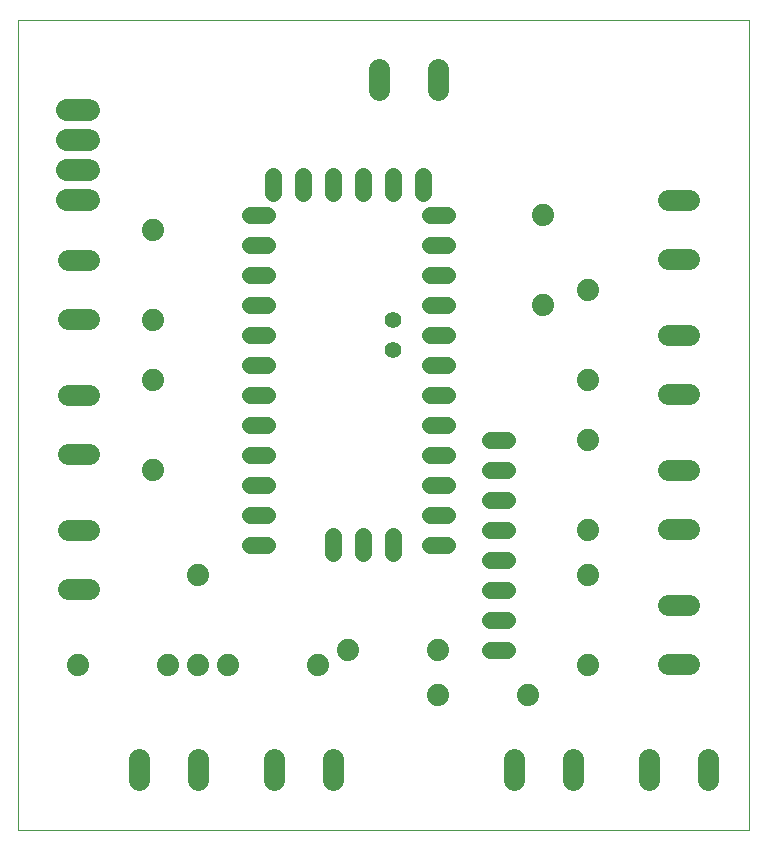
<source format=gtl>
G75*
%MOIN*%
%OFA0B0*%
%FSLAX25Y25*%
%IPPOS*%
%LPD*%
%AMOC8*
5,1,8,0,0,1.08239X$1,22.5*
%
%ADD10C,0.00000*%
%ADD11C,0.07400*%
%ADD12C,0.07400*%
%ADD13C,0.05550*%
%ADD14C,0.05550*%
%ADD15C,0.07100*%
%ADD16C,0.05600*%
D10*
X0001600Y0001600D02*
X0001600Y0271561D01*
X0245301Y0271561D01*
X0245301Y0001600D01*
X0001600Y0001600D01*
D11*
X0017900Y0211600D02*
X0025300Y0211600D01*
X0025300Y0221600D02*
X0017900Y0221600D01*
X0017900Y0231600D02*
X0025300Y0231600D01*
X0025300Y0241600D02*
X0017900Y0241600D01*
D12*
X0046600Y0201600D03*
X0046600Y0171600D03*
X0046600Y0151600D03*
X0046600Y0121600D03*
X0061600Y0086600D03*
X0061600Y0056600D03*
X0051600Y0056600D03*
X0071600Y0056600D03*
X0101600Y0056600D03*
X0111600Y0061600D03*
X0141600Y0061600D03*
X0141600Y0046600D03*
X0171600Y0046600D03*
X0191600Y0056600D03*
X0191600Y0086600D03*
X0191600Y0101600D03*
X0191600Y0131600D03*
X0191600Y0151600D03*
X0176600Y0176600D03*
X0191600Y0181600D03*
X0176600Y0206600D03*
X0021600Y0056600D03*
D13*
X0078825Y0096600D02*
X0084375Y0096600D01*
X0084375Y0106600D02*
X0078825Y0106600D01*
X0078825Y0116600D02*
X0084375Y0116600D01*
X0084375Y0126600D02*
X0078825Y0126600D01*
X0078825Y0136600D02*
X0084375Y0136600D01*
X0084375Y0146600D02*
X0078825Y0146600D01*
X0078825Y0156600D02*
X0084375Y0156600D01*
X0084375Y0166600D02*
X0078825Y0166600D01*
X0078825Y0176600D02*
X0084375Y0176600D01*
X0084375Y0186600D02*
X0078825Y0186600D01*
X0078825Y0196600D02*
X0084375Y0196600D01*
X0084375Y0206600D02*
X0078825Y0206600D01*
X0086600Y0213825D02*
X0086600Y0219375D01*
X0096600Y0219375D02*
X0096600Y0213825D01*
X0106600Y0213825D02*
X0106600Y0219375D01*
X0116600Y0219375D02*
X0116600Y0213825D01*
X0126600Y0213825D02*
X0126600Y0219375D01*
X0136600Y0219375D02*
X0136600Y0213825D01*
X0138825Y0206600D02*
X0144375Y0206600D01*
X0144375Y0196600D02*
X0138825Y0196600D01*
X0138825Y0186600D02*
X0144375Y0186600D01*
X0144375Y0176600D02*
X0138825Y0176600D01*
X0138825Y0166600D02*
X0144375Y0166600D01*
X0144375Y0156600D02*
X0138825Y0156600D01*
X0138825Y0146600D02*
X0144375Y0146600D01*
X0144375Y0136600D02*
X0138825Y0136600D01*
X0138825Y0126600D02*
X0144375Y0126600D01*
X0144375Y0116600D02*
X0138825Y0116600D01*
X0138825Y0106600D02*
X0144375Y0106600D01*
X0144375Y0096600D02*
X0138825Y0096600D01*
X0126600Y0099375D02*
X0126600Y0093825D01*
X0116600Y0093825D02*
X0116600Y0099375D01*
X0106600Y0099375D02*
X0106600Y0093825D01*
D14*
X0126600Y0161600D03*
X0126600Y0171600D03*
D15*
X0121757Y0248050D02*
X0121757Y0255150D01*
X0141443Y0255150D02*
X0141443Y0248050D01*
X0218050Y0211443D02*
X0225150Y0211443D01*
X0225150Y0191757D02*
X0218050Y0191757D01*
X0218050Y0166443D02*
X0225150Y0166443D01*
X0225150Y0146757D02*
X0218050Y0146757D01*
X0218050Y0121443D02*
X0225150Y0121443D01*
X0225150Y0101757D02*
X0218050Y0101757D01*
X0218050Y0076443D02*
X0225150Y0076443D01*
X0225150Y0056757D02*
X0218050Y0056757D01*
X0211757Y0025150D02*
X0211757Y0018050D01*
X0231443Y0018050D02*
X0231443Y0025150D01*
X0186443Y0025150D02*
X0186443Y0018050D01*
X0166757Y0018050D02*
X0166757Y0025150D01*
X0106443Y0025150D02*
X0106443Y0018050D01*
X0086757Y0018050D02*
X0086757Y0025150D01*
X0061443Y0025150D02*
X0061443Y0018050D01*
X0041757Y0018050D02*
X0041757Y0025150D01*
X0025150Y0081757D02*
X0018050Y0081757D01*
X0018050Y0101443D02*
X0025150Y0101443D01*
X0025150Y0126757D02*
X0018050Y0126757D01*
X0018050Y0146443D02*
X0025150Y0146443D01*
X0025150Y0171757D02*
X0018050Y0171757D01*
X0018050Y0191443D02*
X0025150Y0191443D01*
D16*
X0158800Y0131600D02*
X0164400Y0131600D01*
X0164400Y0121600D02*
X0158800Y0121600D01*
X0158800Y0111600D02*
X0164400Y0111600D01*
X0164400Y0101600D02*
X0158800Y0101600D01*
X0158800Y0091600D02*
X0164400Y0091600D01*
X0164400Y0081600D02*
X0158800Y0081600D01*
X0158800Y0071600D02*
X0164400Y0071600D01*
X0164400Y0061600D02*
X0158800Y0061600D01*
M02*

</source>
